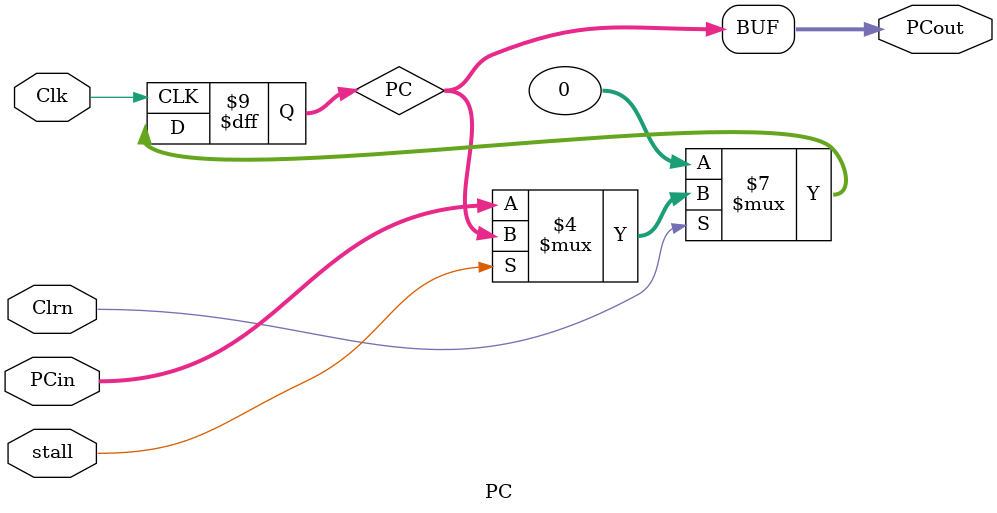
<source format=v>
`timescale 1ns / 1ps

module PC (
  input         Clk,   // Clock signal
  input         Clrn,  // Synchronous clear (active low)
  input         stall, // Stall signal (holds PC value)
  input  [31:0] PCin,  // PC input
  output [31:0] PCout  // PC output
);

  reg [31:0] PC;

  // Synchronous clear on negative clock edge
  always @(negedge Clk) begin
    if (!Clrn) PC <= 32'h00000000;
    else if (!stall) PC <= PCin;
    // When stall is asserted, hold the current PC value
  end

  assign PCout = PC;

endmodule

</source>
